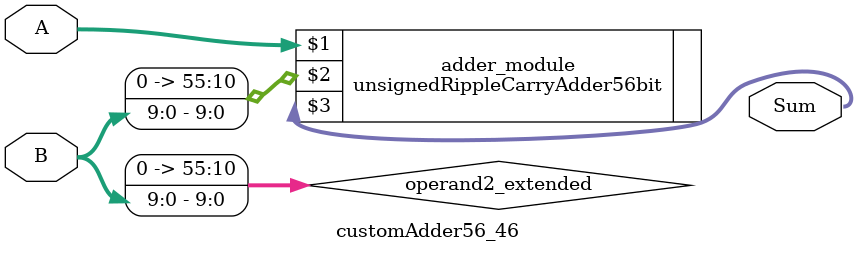
<source format=v>
module customAdder56_46(
                        input [55 : 0] A,
                        input [9 : 0] B,
                        
                        output [56 : 0] Sum
                );

        wire [55 : 0] operand2_extended;
        
        assign operand2_extended =  {46'b0, B};
        
        unsignedRippleCarryAdder56bit adder_module(
            A,
            operand2_extended,
            Sum
        );
        
        endmodule
        
</source>
